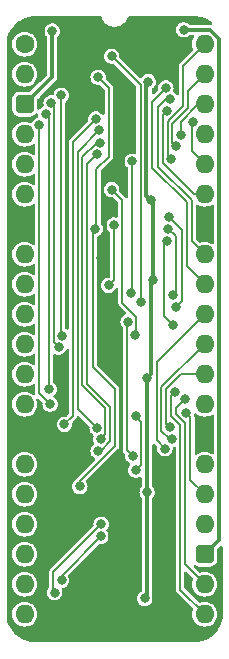
<source format=gbl>
%TF.GenerationSoftware,KiCad,Pcbnew,8.0.4*%
%TF.CreationDate,2024-08-09T13:45:43+02:00*%
%TF.ProjectId,Main Memory Channel,4d61696e-204d-4656-9d6f-727920436861,V1*%
%TF.SameCoordinates,PX54c81a0PY37b6b20*%
%TF.FileFunction,Copper,L2,Bot*%
%TF.FilePolarity,Positive*%
%FSLAX46Y46*%
G04 Gerber Fmt 4.6, Leading zero omitted, Abs format (unit mm)*
G04 Created by KiCad (PCBNEW 8.0.4) date 2024-08-09 13:45:43*
%MOMM*%
%LPD*%
G01*
G04 APERTURE LIST*
G04 Aperture macros list*
%AMRoundRect*
0 Rectangle with rounded corners*
0 $1 Rounding radius*
0 $2 $3 $4 $5 $6 $7 $8 $9 X,Y pos of 4 corners*
0 Add a 4 corners polygon primitive as box body*
4,1,4,$2,$3,$4,$5,$6,$7,$8,$9,$2,$3,0*
0 Add four circle primitives for the rounded corners*
1,1,$1+$1,$2,$3*
1,1,$1+$1,$4,$5*
1,1,$1+$1,$6,$7*
1,1,$1+$1,$8,$9*
0 Add four rect primitives between the rounded corners*
20,1,$1+$1,$2,$3,$4,$5,0*
20,1,$1+$1,$4,$5,$6,$7,0*
20,1,$1+$1,$6,$7,$8,$9,0*
20,1,$1+$1,$8,$9,$2,$3,0*%
G04 Aperture macros list end*
%TA.AperFunction,ComponentPad*%
%ADD10C,1.600000*%
%TD*%
%TA.AperFunction,ComponentPad*%
%ADD11O,1.600000X1.600000*%
%TD*%
%TA.AperFunction,ComponentPad*%
%ADD12RoundRect,0.400000X-0.400000X-0.400000X0.400000X-0.400000X0.400000X0.400000X-0.400000X0.400000X0*%
%TD*%
%TA.AperFunction,ComponentPad*%
%ADD13R,1.600000X1.600000*%
%TD*%
%TA.AperFunction,ViaPad*%
%ADD14C,0.800000*%
%TD*%
%TA.AperFunction,Conductor*%
%ADD15C,0.380000*%
%TD*%
%TA.AperFunction,Conductor*%
%ADD16C,0.200000*%
%TD*%
G04 APERTURE END LIST*
D10*
%TO.P,J4,1,Pin_1*%
%TO.N,WY_{2}*%
X0Y0D03*
D11*
%TO.P,J4,2,Pin_2*%
%TO.N,~{Select}*%
X0Y-2540000D03*
D12*
%TO.P,J4,3,Pin_3*%
%TO.N,5V*%
X0Y-5080000D03*
D11*
%TO.P,J4,4,Pin_4*%
%TO.N,WY_{3}*%
X0Y-7620000D03*
%TO.P,J4,5,Pin_5*%
%TO.N,A0*%
X0Y-10160000D03*
%TO.P,J4,6,Pin_6*%
%TO.N,A1*%
X0Y-12700000D03*
D13*
%TO.P,J4,7,Pin_7*%
%TO.N,GND*%
X0Y-15240000D03*
D11*
%TO.P,J4,8,Pin_8*%
%TO.N,A2*%
X0Y-17780000D03*
%TO.P,J4,9,Pin_9*%
%TO.N,~{WD}*%
X0Y-20320000D03*
%TO.P,J4,10,Pin_10*%
%TO.N,D7*%
X0Y-22860000D03*
%TO.P,J4,11,Pin_11*%
%TO.N,D6*%
X0Y-25400000D03*
%TO.P,J4,12,Pin_12*%
%TO.N,D5*%
X0Y-27940000D03*
%TO.P,J4,13,Pin_13*%
%TO.N,D4*%
X0Y-30480000D03*
D13*
%TO.P,J4,14,Pin_14*%
%TO.N,GND*%
X0Y-33020000D03*
D11*
%TO.P,J4,15,Pin_15*%
%TO.N,D3*%
X0Y-35560000D03*
%TO.P,J4,16,Pin_16*%
%TO.N,D2*%
X0Y-38100000D03*
%TO.P,J4,17,Pin_17*%
%TO.N,D1*%
X0Y-40640000D03*
%TO.P,J4,18,Pin_18*%
%TO.N,D0*%
X0Y-43180000D03*
%TO.P,J4,19,Pin_19*%
%TO.N,H1*%
X0Y-45720000D03*
%TO.P,J4,20,Pin_20*%
%TO.N,H0*%
X0Y-48260000D03*
%TO.P,J4,21,Pin_21*%
%TO.N,Device_{(Z)} 2MB Select_{0}*%
X15240000Y-48260000D03*
%TO.P,J4,22,Pin_22*%
%TO.N,Device_{(Z)} 2MB Select_{1}*%
X15240000Y-45720000D03*
D12*
%TO.P,J4,23,Pin_23*%
%TO.N,5V*%
X15240000Y-43180000D03*
D11*
%TO.P,J4,24,Pin_24*%
%TO.N,H2*%
X15240000Y-40640000D03*
%TO.P,J4,25,Pin_25*%
%TO.N,Device_{(Y)} 2MB Select_{0}*%
X15240000Y-38100000D03*
%TO.P,J4,26,Pin_26*%
%TO.N,Device_{(Y)} 2MB Select_{1}*%
X15240000Y-35560000D03*
D13*
%TO.P,J4,27,Pin_27*%
%TO.N,GND*%
X15240000Y-33020000D03*
D11*
%TO.P,J4,28,Pin_28*%
%TO.N,Device_{(X)} 2MB Select_{0}*%
X15240000Y-30480000D03*
%TO.P,J4,29,Pin_29*%
%TO.N,Device_{(X)} 2MB Select_{1}*%
X15240000Y-27940000D03*
%TO.P,J4,30,Pin_30*%
%TO.N,Device_{(W)} 2MB Select_{0}*%
X15240000Y-25400000D03*
%TO.P,J4,31,Pin_31*%
%TO.N,Device_{(W)} 2MB Select_{1}*%
X15240000Y-22860000D03*
%TO.P,J4,32,Pin_32*%
%TO.N,Device_{(V)} 2MB Select_{0}*%
X15240000Y-20320000D03*
%TO.P,J4,33,Pin_33*%
%TO.N,Device_{(V)} 2MB Select_{1}*%
X15240000Y-17780000D03*
D13*
%TO.P,J4,34,Pin_34*%
%TO.N,GND*%
X15240000Y-15240000D03*
D11*
%TO.P,J4,35,Pin_35*%
%TO.N,Device_{(U)} 2MB Select_{0}*%
X15240000Y-12700000D03*
%TO.P,J4,36,Pin_36*%
%TO.N,Device_{(U)} 2MB Select_{1}*%
X15240000Y-10160000D03*
%TO.P,J4,37,Pin_37*%
%TO.N,Device_{(T)} 2MB Select_{0}*%
X15240000Y-7620000D03*
%TO.P,J4,38,Pin_38*%
%TO.N,Device_{(T)} 2MB Select_{1}*%
X15240000Y-5080000D03*
%TO.P,J4,39,Pin_39*%
%TO.N,Device_{(S)} 2MB Select_{0}*%
X15240000Y-2540000D03*
%TO.P,J4,40,Pin_40*%
%TO.N,Device_{(S)} 2MB Select_{1}*%
X15240000Y0D03*
%TD*%
D14*
%TO.N,/3.3V*%
X10657600Y-13208000D03*
X10159996Y-46929000D03*
X10859204Y-19938988D03*
X10356806Y-28226769D03*
X10449114Y-3174147D03*
X10356806Y-37949606D03*
%TO.N,/WY_{0}*%
X9011814Y-21075777D03*
X9110255Y-9910161D03*
%TO.N,/~{WY_{1}}*%
X12192000Y-14605000D03*
X12827000Y-22225004D03*
%TO.N,/~{WY_{0}}*%
X7569599Y-15301264D03*
X7106383Y-20418917D03*
%TO.N,/WY_{1}*%
X9166806Y-34861500D03*
X8763000Y-23495000D03*
%TO.N,/~{WY_{3}}*%
X12589413Y-23757533D03*
X12064996Y-16637000D03*
%TO.N,/~{WY_{2}}*%
X12572994Y-21209000D03*
X12160474Y-15639306D03*
%TO.N,GND*%
X6858000Y-24892000D03*
X7697923Y-28243077D03*
X6858000Y-13716000D03*
X7620000Y-10160000D03*
X8255000Y-3048000D03*
X3556002Y-35178998D03*
X10029331Y-47970841D03*
X7924804Y-37973000D03*
X7708840Y-35090154D03*
X6781802Y-44577000D03*
X6454420Y-18138420D03*
%TO.N,5V*%
X2336800Y1117600D03*
X13462000Y1219210D03*
%TO.N,~{Select}*%
X5989599Y-15625588D03*
X6223000Y-2794000D03*
X4673600Y-37439600D03*
%TO.N,H1*%
X3120994Y-45399775D03*
X6431840Y-41675110D03*
%TO.N,H0*%
X2531098Y-46436016D03*
X6477000Y-40640000D03*
%TO.N,D7*%
X3195714Y-24692471D03*
X3098800Y-4329794D03*
%TO.N,D6*%
X2245574Y-4979800D03*
X2878000Y-25654000D03*
%TO.N,D5*%
X1768659Y-5913060D03*
X2075000Y-29210000D03*
%TO.N,D4*%
X2159002Y-30480000D03*
X1241600Y-6834549D03*
%TO.N,D3*%
X3367729Y-32182148D03*
X6019606Y-6347836D03*
%TO.N,D2*%
X6138000Y-32495010D03*
X6324160Y-7306980D03*
%TO.N,D1*%
X6340000Y-8340199D03*
X6422122Y-33455877D03*
%TO.N,D0*%
X6223294Y-34444289D03*
X6148489Y-9321692D03*
%TO.N,Device_{(S)} 2MB Select_{1}*%
X12403000Y-9758710D03*
%TO.N,Device_{(S)} 2MB Select_{0}*%
X12803000Y-8636000D03*
%TO.N,Device_{(T)} 2MB Select_{1}*%
X13203000Y-7702313D03*
%TO.N,Device_{(U)} 2MB Select_{1}*%
X14251062Y-6602313D03*
%TO.N,Device_{(U)} 2MB Select_{0}*%
X12016321Y-5656335D03*
%TO.N,Device_{(V)} 2MB Select_{1}*%
X12319000Y-4644420D03*
%TO.N,Device_{(V)} 2MB Select_{0}*%
X11953128Y-3713752D03*
%TO.N,Device_{(W)} 2MB Select_{1}*%
X11877105Y-34253846D03*
%TO.N,Device_{(W)} 2MB Select_{0}*%
X12454922Y-33437677D03*
%TO.N,Device_{(X)} 2MB Select_{1}*%
X12298403Y-32450000D03*
%TO.N,Device_{(Y)} 2MB Select_{1}*%
X9398000Y-36068000D03*
X9398000Y-31495998D03*
%TO.N,Device_{(Y)} 2MB Select_{0}*%
X13643786Y-31192251D03*
%TO.N,Device_{(Z)} 2MB Select_{1}*%
X13549872Y-30029057D03*
%TO.N,Device_{(Z)} 2MB Select_{0}*%
X12711161Y-29484475D03*
%TO.N,WY_{3}*%
X9336022Y-24638000D03*
X7366000Y-12319000D03*
%TO.N,WY_{2}*%
X7366000Y-1016004D03*
X9810255Y-21843996D03*
%TD*%
D15*
%TO.N,/3.3V*%
X10859204Y-13409604D02*
X10859204Y-19938988D01*
X10306781Y-12857181D02*
X10306781Y-3316480D01*
X10356806Y-46732190D02*
X10159996Y-46929000D01*
X10306781Y-3316480D02*
X10449114Y-3174147D01*
X10686000Y-27897575D02*
X10356806Y-28226769D01*
X10356806Y-37949606D02*
X10356806Y-28226769D01*
X10657600Y-13208000D02*
X10859204Y-13409604D01*
X10686000Y-20112192D02*
X10686000Y-27897575D01*
X10356806Y-37949606D02*
X10356806Y-46732190D01*
X10657600Y-13208000D02*
X10306781Y-12857181D01*
X10859204Y-19938988D02*
X10686000Y-20112192D01*
D16*
%TO.N,/WY_{0}*%
X9110255Y-20977336D02*
X9011814Y-21075777D01*
X9110255Y-9910161D02*
X9110255Y-20977336D01*
%TO.N,/~{WY_{1}}*%
X12827000Y-22225004D02*
X13335000Y-21717004D01*
X13335000Y-21717004D02*
X13335000Y-15748000D01*
X13335000Y-15748000D02*
X12192000Y-14605000D01*
%TO.N,/~{WY_{0}}*%
X7106383Y-20418917D02*
X7569599Y-19955701D01*
X7569599Y-19955701D02*
X7569599Y-15301264D01*
%TO.N,/WY_{1}*%
X9166806Y-34861500D02*
X8636000Y-34330694D01*
X8636000Y-34330694D02*
X8636000Y-23622000D01*
X8636000Y-23622000D02*
X8763000Y-23495000D01*
%TO.N,/~{WY_{3}}*%
X11808000Y-22976120D02*
X11808000Y-16893996D01*
X11808000Y-16893996D02*
X12064996Y-16637000D01*
X12589413Y-23757533D02*
X11808000Y-22976120D01*
%TO.N,/~{WY_{2}}*%
X12160474Y-15639306D02*
X12789000Y-16267832D01*
X12789000Y-16267832D02*
X12789000Y-20992994D01*
X12789000Y-20992994D02*
X12572994Y-21209000D01*
D15*
%TO.N,GND*%
X7697923Y-25731923D02*
X6858000Y-24892000D01*
X8146000Y-34652994D02*
X8146000Y-28691154D01*
X7924804Y-37973000D02*
X7924804Y-43433998D01*
X7924804Y-35306118D02*
X7708840Y-35090154D01*
X7708840Y-35090154D02*
X8146000Y-34652994D01*
X6765000Y-15283760D02*
X6765000Y-13809000D01*
X7697923Y-28243077D02*
X7697923Y-25731923D01*
X7924804Y-43433998D02*
X6781802Y-44577000D01*
X6781802Y-44865742D02*
X9886901Y-47970841D01*
X8382000Y-9398000D02*
X7620000Y-10160000D01*
X1397004Y-33020000D02*
X3556002Y-35178998D01*
X6765000Y-15967416D02*
X6779599Y-15952817D01*
X6454420Y-18138420D02*
X6765000Y-17827840D01*
X8255000Y-3048000D02*
X8382000Y-3175000D01*
X6781802Y-44577000D02*
X6781802Y-44865742D01*
X9886901Y-47970841D02*
X10029331Y-47970841D01*
X6779599Y-15952817D02*
X6779599Y-15298359D01*
X6765000Y-13809000D02*
X6858000Y-13716000D01*
X6779599Y-15298359D02*
X6765000Y-15283760D01*
X0Y-33020000D02*
X1397004Y-33020000D01*
X8146000Y-28691154D02*
X7697923Y-28243077D01*
X6765000Y-17827840D02*
X6765000Y-15967416D01*
X7924804Y-37973000D02*
X7924804Y-35306118D01*
X8382000Y-3175000D02*
X8382000Y-9398000D01*
X6454420Y-18138420D02*
X6694400Y-18378400D01*
%TO.N,5V*%
X15240000Y-43180000D02*
X16459200Y-41960800D01*
X0Y-5080000D02*
X2336800Y-2743200D01*
X2336800Y-2743200D02*
X2336800Y1117600D01*
X16459200Y-41960800D02*
X16459200Y463715D01*
X16459200Y463715D02*
X15703705Y1219210D01*
X15703705Y1219210D02*
X13462000Y1219210D01*
D16*
%TO.N,~{Select}*%
X7638000Y-29173107D02*
X5754419Y-27289526D01*
X6068000Y-10569000D02*
X6068000Y-15547187D01*
X7112000Y-3683000D02*
X7112000Y-9525000D01*
X5754419Y-27289526D02*
X5754419Y-15860768D01*
X6068000Y-15547187D02*
X5989599Y-15625588D01*
X6223000Y-2794000D02*
X7112000Y-3683000D01*
X5754419Y-15860768D02*
X5989599Y-15625588D01*
X7638000Y-34019534D02*
X7638000Y-29173107D01*
X4673600Y-37439600D02*
X4673600Y-36983934D01*
X4673600Y-36983934D02*
X7638000Y-34019534D01*
X7112000Y-9525000D02*
X6068000Y-10569000D01*
%TO.N,H1*%
X3120994Y-44985956D02*
X3120994Y-45399775D01*
X6431840Y-41675110D02*
X3120994Y-44985956D01*
%TO.N,H0*%
X6477000Y-40640000D02*
X2421000Y-44696000D01*
X2421000Y-44696000D02*
X2421000Y-46325918D01*
X2421000Y-46325918D02*
X2531098Y-46436016D01*
%TO.N,D7*%
X3098800Y-4329794D02*
X3098800Y-24595557D01*
X3098800Y-24595557D02*
X3195714Y-24692471D01*
%TO.N,D6*%
X2245574Y-4979800D02*
X2475000Y-5209226D01*
X2475000Y-5209226D02*
X2475000Y-25251000D01*
X2475000Y-25251000D02*
X2878000Y-25654000D01*
%TO.N,D5*%
X2075000Y-6219401D02*
X2075000Y-29210000D01*
X1768659Y-5913060D02*
X2075000Y-6219401D01*
%TO.N,D4*%
X1241600Y-29562598D02*
X2159002Y-30480000D01*
X1241600Y-6834549D02*
X1241600Y-29562598D01*
%TO.N,D3*%
X6019606Y-6347836D02*
X4089599Y-8277843D01*
X4089599Y-8277843D02*
X4089599Y-31460278D01*
X4089599Y-31460278D02*
X3367729Y-32182148D01*
%TO.N,D2*%
X6324160Y-7306980D02*
X4489599Y-9141541D01*
X4489599Y-9141541D02*
X4489599Y-30846609D01*
X4489599Y-30846609D02*
X6138000Y-32495010D01*
%TO.N,D1*%
X6422122Y-33455877D02*
X6838000Y-33039999D01*
X4889599Y-9563651D02*
X6113051Y-8340199D01*
X6838000Y-33039999D02*
X6838000Y-30843903D01*
X6838000Y-30843903D02*
X4889600Y-28895502D01*
X6113051Y-8340199D02*
X6340000Y-8340199D01*
X4889600Y-28895502D02*
X4889599Y-9563651D01*
%TO.N,D0*%
X6223294Y-34444289D02*
X6423661Y-34444289D01*
X5289599Y-10180582D02*
X6148489Y-9321692D01*
X5289600Y-28729817D02*
X5289599Y-10180582D01*
X6423661Y-34444289D02*
X7238000Y-33629950D01*
X7238000Y-30678217D02*
X5289600Y-28729817D01*
X7238000Y-33629950D02*
X7238000Y-30678217D01*
%TO.N,Device_{(S)} 2MB Select_{1}*%
X12103000Y-9458710D02*
X12403000Y-9758710D01*
X12103000Y-6561996D02*
X12103000Y-9458710D01*
X12307526Y-6355082D02*
X12307526Y-6357470D01*
X12307526Y-6357470D02*
X12103000Y-6561996D01*
X13400000Y-1840000D02*
X13400000Y-5262606D01*
X13400000Y-5262606D02*
X12307526Y-6355082D01*
X15240000Y0D02*
X13400000Y-1840000D01*
%TO.N,Device_{(S)} 2MB Select_{0}*%
X15240000Y-2540000D02*
X13800000Y-3980000D01*
X13800000Y-5428292D02*
X12707526Y-6520767D01*
X12707526Y-6523156D02*
X12503000Y-6727682D01*
X12503000Y-6727682D02*
X12503000Y-8336000D01*
X12707526Y-6520767D02*
X12707526Y-6523156D01*
X13800000Y-3980000D02*
X13800000Y-5428292D01*
X12503000Y-8336000D02*
X12803000Y-8636000D01*
%TO.N,Device_{(T)} 2MB Select_{1}*%
X14631051Y-5162927D02*
X13203000Y-6590978D01*
X13203000Y-6590978D02*
X13203000Y-7702313D01*
%TO.N,Device_{(U)} 2MB Select_{1}*%
X15240000Y-10160000D02*
X14140000Y-9060000D01*
X14140000Y-6713375D02*
X14251062Y-6602313D01*
X14140000Y-9060000D02*
X14140000Y-6713375D01*
%TO.N,Device_{(U)} 2MB Select_{0}*%
X11703000Y-10079327D02*
X11703000Y-5969656D01*
X14323673Y-12700000D02*
X11703000Y-10079327D01*
X11703000Y-5969656D02*
X12016321Y-5656335D01*
X15240000Y-12700000D02*
X14323673Y-12700000D01*
%TO.N,Device_{(V)} 2MB Select_{1}*%
X14135000Y-16675000D02*
X14135000Y-13232281D01*
X11303000Y-5317837D02*
X11976417Y-4644420D01*
X11976417Y-4644420D02*
X12319000Y-4644420D01*
X14135000Y-13232281D02*
X11303000Y-10400281D01*
X15240000Y-17780000D02*
X14135000Y-16675000D01*
X11303000Y-10400281D02*
X11303000Y-5317837D01*
%TO.N,Device_{(V)} 2MB Select_{0}*%
X15240000Y-20320000D02*
X13735000Y-18815000D01*
X10796781Y-10459748D02*
X10796781Y-4870099D01*
X13735000Y-18815000D02*
X13735000Y-13397967D01*
X10796781Y-4870099D02*
X11953128Y-3713752D01*
X13735000Y-13397967D02*
X10796781Y-10459748D01*
%TO.N,Device_{(W)} 2MB Select_{1}*%
X15240000Y-22860000D02*
X11176000Y-26924000D01*
X11176000Y-33552741D02*
X11877105Y-34253846D01*
X11176000Y-26924000D02*
X11176000Y-33552741D01*
%TO.N,Device_{(W)} 2MB Select_{0}*%
X11576000Y-32717547D02*
X12296130Y-33437677D01*
X12296130Y-33437677D02*
X12454922Y-33437677D01*
X11576000Y-29064000D02*
X11576000Y-32717547D01*
X15240000Y-25400000D02*
X11576000Y-29064000D01*
%TO.N,Device_{(X)} 2MB Select_{1}*%
X11976000Y-29229686D02*
X11976000Y-32127597D01*
X15240000Y-27940000D02*
X13265686Y-27940000D01*
X11976000Y-32127597D02*
X12298403Y-32450000D01*
X13265686Y-27940000D02*
X11976000Y-29229686D01*
%TO.N,Device_{(Y)} 2MB Select_{1}*%
X9866806Y-31964804D02*
X9398000Y-31495998D01*
X9866806Y-35599194D02*
X9866806Y-31964804D01*
X9398000Y-36068000D02*
X9866806Y-35599194D01*
%TO.N,Device_{(Y)} 2MB Select_{0}*%
X15240000Y-38100000D02*
X14034643Y-36894643D01*
X14034643Y-31583108D02*
X13643786Y-31192251D01*
X14034643Y-36894643D02*
X14034643Y-31583108D01*
%TO.N,Device_{(Z)} 2MB Select_{1}*%
X13554922Y-32093337D02*
X12776000Y-31314416D01*
X12776000Y-31314416D02*
X12776000Y-30802929D01*
X15240000Y-45720000D02*
X13554922Y-44034922D01*
X12776000Y-30802929D02*
X13549872Y-30029057D01*
X13554922Y-44034922D02*
X13554922Y-32093337D01*
%TO.N,Device_{(Z)} 2MB Select_{0}*%
X12376000Y-29819636D02*
X12711161Y-29484475D01*
X13154922Y-46174922D02*
X13154922Y-32259023D01*
X15240000Y-48260000D02*
X13154922Y-46174922D01*
X12376000Y-31480101D02*
X12376000Y-29819636D01*
X13154922Y-32259023D02*
X12376000Y-31480101D01*
%TO.N,WY_{3}*%
X9336022Y-24638000D02*
X9463000Y-24511022D01*
X9463000Y-23078050D02*
X8269599Y-21884649D01*
X9463000Y-24511022D02*
X9463000Y-23078050D01*
X8269599Y-13222599D02*
X7366000Y-12319000D01*
X8269599Y-21884649D02*
X8269599Y-13222599D01*
%TO.N,WY_{2}*%
X7366000Y-1016004D02*
X9810255Y-3460259D01*
X9810255Y-3460259D02*
X9810255Y-21843996D01*
%TD*%
%TA.AperFunction,Conductor*%
%TO.N,GND*%
G36*
X16686833Y-42458641D02*
G01*
X16742766Y-42500513D01*
X16767183Y-42565977D01*
X16767499Y-42574823D01*
X16767500Y-48215830D01*
X16767500Y-48256249D01*
X16767274Y-48263737D01*
X16750721Y-48537369D01*
X16748916Y-48552232D01*
X16700180Y-48818178D01*
X16696596Y-48832718D01*
X16616158Y-49090851D01*
X16610848Y-49104852D01*
X16499885Y-49351399D01*
X16492927Y-49364657D01*
X16353050Y-49596039D01*
X16344543Y-49608363D01*
X16177799Y-49821194D01*
X16167870Y-49832402D01*
X15976682Y-50023588D01*
X15965474Y-50033517D01*
X15752637Y-50200262D01*
X15740313Y-50208768D01*
X15508937Y-50348637D01*
X15495678Y-50355596D01*
X15249125Y-50466557D01*
X15235124Y-50471867D01*
X14976982Y-50552305D01*
X14962443Y-50555888D01*
X14696505Y-50604620D01*
X14681641Y-50606425D01*
X14433129Y-50621454D01*
X14407477Y-50623006D01*
X14399994Y-50623232D01*
X13970000Y-50623232D01*
X13970000Y-47485682D01*
X14229808Y-47745490D01*
X14263293Y-47806813D01*
X14260788Y-47869166D01*
X14204699Y-48054067D01*
X14184417Y-48260000D01*
X14204699Y-48465932D01*
X14204700Y-48465934D01*
X14264768Y-48663954D01*
X14362315Y-48846450D01*
X14362317Y-48846452D01*
X14493589Y-49006410D01*
X14590209Y-49085702D01*
X14653550Y-49137685D01*
X14836046Y-49235232D01*
X15034066Y-49295300D01*
X15034065Y-49295300D01*
X15052529Y-49297118D01*
X15240000Y-49315583D01*
X15445934Y-49295300D01*
X15643954Y-49235232D01*
X15826450Y-49137685D01*
X15986410Y-49006410D01*
X16117685Y-48846450D01*
X16215232Y-48663954D01*
X16275300Y-48465934D01*
X16295583Y-48260000D01*
X16275300Y-48054066D01*
X16215232Y-47856046D01*
X16117685Y-47673550D01*
X16065702Y-47610209D01*
X15986410Y-47513589D01*
X15826452Y-47382317D01*
X15826453Y-47382317D01*
X15826450Y-47382315D01*
X15643954Y-47284768D01*
X15445934Y-47224700D01*
X15445932Y-47224699D01*
X15445934Y-47224699D01*
X15240000Y-47204417D01*
X15034067Y-47224699D01*
X14849166Y-47280788D01*
X14779299Y-47281411D01*
X14725490Y-47249808D01*
X13970000Y-46494318D01*
X13970000Y-44945682D01*
X14229808Y-45205490D01*
X14263293Y-45266813D01*
X14260788Y-45329166D01*
X14204699Y-45514067D01*
X14184417Y-45720000D01*
X14204699Y-45925932D01*
X14264769Y-46123956D01*
X14271502Y-46136554D01*
X14362315Y-46306450D01*
X14362317Y-46306452D01*
X14493589Y-46466410D01*
X14527596Y-46494318D01*
X14653550Y-46597685D01*
X14836046Y-46695232D01*
X15034066Y-46755300D01*
X15034065Y-46755300D01*
X15052529Y-46757118D01*
X15240000Y-46775583D01*
X15445934Y-46755300D01*
X15643954Y-46695232D01*
X15826450Y-46597685D01*
X15986410Y-46466410D01*
X16117685Y-46306450D01*
X16215232Y-46123954D01*
X16275300Y-45925934D01*
X16295583Y-45720000D01*
X16275300Y-45514066D01*
X16215232Y-45316046D01*
X16117685Y-45133550D01*
X16065702Y-45070209D01*
X15986410Y-44973589D01*
X15826452Y-44842317D01*
X15826453Y-44842317D01*
X15826450Y-44842315D01*
X15643954Y-44744768D01*
X15445934Y-44684700D01*
X15445932Y-44684699D01*
X15445934Y-44684699D01*
X15240000Y-44664417D01*
X15034067Y-44684699D01*
X14849166Y-44740788D01*
X14779299Y-44741411D01*
X14725490Y-44709808D01*
X14338343Y-44322661D01*
X14304858Y-44261338D01*
X14309842Y-44191646D01*
X14351714Y-44135713D01*
X14417178Y-44111296D01*
X14485451Y-44126148D01*
X14489140Y-44128245D01*
X14579602Y-44181744D01*
X14613685Y-44191646D01*
X14737426Y-44227597D01*
X14737429Y-44227597D01*
X14737431Y-44227598D01*
X14774306Y-44230500D01*
X14774314Y-44230500D01*
X15705686Y-44230500D01*
X15705694Y-44230500D01*
X15742569Y-44227598D01*
X15742571Y-44227597D01*
X15742573Y-44227597D01*
X15784191Y-44215505D01*
X15900398Y-44181744D01*
X16041865Y-44098081D01*
X16158081Y-43981865D01*
X16241744Y-43840398D01*
X16280120Y-43708308D01*
X16287597Y-43682573D01*
X16287598Y-43682567D01*
X16290499Y-43645701D01*
X16290500Y-43645694D01*
X16290500Y-42803822D01*
X16310185Y-42736783D01*
X16326815Y-42716145D01*
X16555818Y-42487141D01*
X16617141Y-42453657D01*
X16686833Y-42458641D01*
G37*
%TD.AperFunction*%
%TA.AperFunction,Conductor*%
G36*
X14525943Y-31252962D02*
G01*
X14599692Y-31313485D01*
X14653550Y-31357685D01*
X14836046Y-31455232D01*
X15034066Y-31515300D01*
X15034065Y-31515300D01*
X15052529Y-31517118D01*
X15240000Y-31535583D01*
X15445934Y-31515300D01*
X15643954Y-31455232D01*
X15826450Y-31357685D01*
X15826452Y-31357683D01*
X15831822Y-31354813D01*
X15832471Y-31356027D01*
X15892487Y-31337235D01*
X15959867Y-31355720D01*
X16006557Y-31407699D01*
X16018700Y-31461215D01*
X16018700Y-34578784D01*
X15999015Y-34645823D01*
X15946211Y-34691578D01*
X15877053Y-34701522D01*
X15832262Y-34684362D01*
X15831822Y-34685187D01*
X15826451Y-34682316D01*
X15826450Y-34682315D01*
X15643954Y-34584768D01*
X15445934Y-34524700D01*
X15445932Y-34524699D01*
X15445934Y-34524699D01*
X15240000Y-34504417D01*
X15034067Y-34524699D01*
X14836043Y-34584769D01*
X14731941Y-34640414D01*
X14653550Y-34682315D01*
X14653548Y-34682316D01*
X14653547Y-34682317D01*
X14587807Y-34736268D01*
X14523497Y-34763580D01*
X14454630Y-34751789D01*
X14403070Y-34704636D01*
X14385143Y-34640414D01*
X14385143Y-31536966D01*
X14385143Y-31536964D01*
X14361257Y-31447820D01*
X14339892Y-31410816D01*
X14323419Y-31342919D01*
X14346270Y-31276891D01*
X14401190Y-31233699D01*
X14470743Y-31227056D01*
X14525943Y-31252962D01*
G37*
%TD.AperFunction*%
%TA.AperFunction,Conductor*%
G36*
X15959867Y-13575720D02*
G01*
X16006557Y-13627699D01*
X16018700Y-13681215D01*
X16018700Y-16798784D01*
X15999015Y-16865823D01*
X15946211Y-16911578D01*
X15877053Y-16921522D01*
X15832262Y-16904362D01*
X15831822Y-16905187D01*
X15826451Y-16902316D01*
X15826450Y-16902315D01*
X15643954Y-16804768D01*
X15445934Y-16744700D01*
X15445932Y-16744699D01*
X15445934Y-16744699D01*
X15240000Y-16724417D01*
X15034067Y-16744699D01*
X14849166Y-16800788D01*
X14779299Y-16801411D01*
X14725490Y-16769808D01*
X14521819Y-16566137D01*
X14488334Y-16504814D01*
X14485500Y-16478456D01*
X14485500Y-13694741D01*
X14505185Y-13627702D01*
X14557989Y-13581947D01*
X14627147Y-13572003D01*
X14667948Y-13585381D01*
X14836046Y-13675232D01*
X15034066Y-13735300D01*
X15034065Y-13735300D01*
X15052529Y-13737118D01*
X15240000Y-13755583D01*
X15445934Y-13735300D01*
X15643954Y-13675232D01*
X15826450Y-13577685D01*
X15826452Y-13577683D01*
X15831822Y-13574813D01*
X15832471Y-13576027D01*
X15892487Y-13557235D01*
X15959867Y-13575720D01*
G37*
%TD.AperFunction*%
%TA.AperFunction,Conductor*%
G36*
X14325830Y759025D02*
G01*
X14371585Y706221D01*
X14381529Y637063D01*
X14364364Y592262D01*
X14365187Y591822D01*
X14362316Y586452D01*
X14362315Y586450D01*
X14352833Y568710D01*
X14264769Y403957D01*
X14204699Y205933D01*
X14184417Y0D01*
X14204699Y-205932D01*
X14260788Y-390832D01*
X14261411Y-460699D01*
X14229808Y-514508D01*
X13970000Y-774316D01*
X13970000Y775472D01*
X13973778Y777247D01*
X13992771Y778710D01*
X14258791Y778710D01*
X14325830Y759025D01*
G37*
%TD.AperFunction*%
%TA.AperFunction,Conductor*%
G36*
X14348938Y2363257D02*
G01*
X14349201Y2363233D01*
X14360100Y2363233D01*
X14400525Y2363233D01*
X14408010Y2363007D01*
X14681647Y2346459D01*
X14696505Y2344655D01*
X14962460Y2295920D01*
X14976981Y2292341D01*
X15235136Y2211899D01*
X15249133Y2206590D01*
X15495692Y2095627D01*
X15508951Y2088668D01*
X15740336Y1948793D01*
X15752649Y1940295D01*
X15827925Y1881320D01*
X15868558Y1824481D01*
X15872010Y1754697D01*
X15837186Y1694124D01*
X15775142Y1661994D01*
X15751452Y1659710D01*
X13992771Y1659710D01*
X13970000Y1666397D01*
X13970000Y2363416D01*
X14348938Y2363257D01*
G37*
%TD.AperFunction*%
%TD*%
%TA.AperFunction,Conductor*%
%TO.N,GND*%
G36*
X1270000Y-3187039D02*
G01*
X463858Y-3993181D01*
X402535Y-4026666D01*
X376177Y-4029500D01*
X-465702Y-4029500D01*
X-502568Y-4032401D01*
X-502574Y-4032402D01*
X-660394Y-4078254D01*
X-660397Y-4078255D01*
X-801863Y-4161917D01*
X-801871Y-4161923D01*
X-918077Y-4278129D01*
X-918083Y-4278137D01*
X-1001745Y-4419603D01*
X-1001746Y-4419606D01*
X-1047598Y-4577426D01*
X-1047599Y-4577432D01*
X-1050500Y-4614298D01*
X-1050500Y-5545701D01*
X-1047599Y-5582567D01*
X-1047598Y-5582573D01*
X-1001746Y-5740393D01*
X-1001745Y-5740396D01*
X-918083Y-5881862D01*
X-918077Y-5881870D01*
X-801871Y-5998076D01*
X-801867Y-5998079D01*
X-801865Y-5998081D01*
X-660398Y-6081744D01*
X-618776Y-6093836D01*
X-502574Y-6127597D01*
X-502571Y-6127597D01*
X-502569Y-6127598D01*
X-465694Y-6130500D01*
X-465686Y-6130500D01*
X465686Y-6130500D01*
X465694Y-6130500D01*
X502569Y-6127598D01*
X502571Y-6127597D01*
X502573Y-6127597D01*
X544191Y-6115505D01*
X660398Y-6081744D01*
X801865Y-5998081D01*
X908778Y-5891167D01*
X970099Y-5857684D01*
X1039791Y-5862668D01*
X1095725Y-5904539D01*
X1119554Y-5963903D01*
X1133326Y-6077323D01*
X1130419Y-6077675D01*
X1127914Y-6133991D01*
X1087564Y-6191033D01*
X1040284Y-6214199D01*
X1009237Y-6221851D01*
X1009234Y-6221852D01*
X869362Y-6295264D01*
X751116Y-6400020D01*
X661381Y-6530023D01*
X631822Y-6607964D01*
X589643Y-6663666D01*
X524046Y-6687723D01*
X457427Y-6673350D01*
X403954Y-6644768D01*
X205934Y-6584700D01*
X205932Y-6584699D01*
X205934Y-6584699D01*
X0Y-6564417D01*
X-205933Y-6584699D01*
X-403957Y-6644769D01*
X-514102Y-6703643D01*
X-586450Y-6742315D01*
X-586452Y-6742316D01*
X-586453Y-6742317D01*
X-746411Y-6873589D01*
X-877683Y-7033547D01*
X-975231Y-7216043D01*
X-1035301Y-7414067D01*
X-1055583Y-7620000D01*
X-1035301Y-7825932D01*
X-1035300Y-7825934D01*
X-975232Y-8023954D01*
X-877685Y-8206450D01*
X-877683Y-8206452D01*
X-746411Y-8366410D01*
X-688436Y-8413988D01*
X-586450Y-8497685D01*
X-403954Y-8595232D01*
X-205934Y-8655300D01*
X-205935Y-8655300D01*
X-187471Y-8657118D01*
X0Y-8675583D01*
X205934Y-8655300D01*
X403954Y-8595232D01*
X586450Y-8497685D01*
X688436Y-8413988D01*
X752746Y-8386676D01*
X821613Y-8398467D01*
X873173Y-8445620D01*
X891100Y-8509842D01*
X891100Y-9270157D01*
X871415Y-9337196D01*
X818611Y-9382951D01*
X749453Y-9392895D01*
X688436Y-9366011D01*
X586453Y-9282317D01*
X586451Y-9282316D01*
X586450Y-9282315D01*
X403954Y-9184768D01*
X205934Y-9124700D01*
X205932Y-9124699D01*
X205934Y-9124699D01*
X0Y-9104417D01*
X-205933Y-9124699D01*
X-403957Y-9184769D01*
X-514102Y-9243643D01*
X-586450Y-9282315D01*
X-586452Y-9282316D01*
X-586453Y-9282317D01*
X-746411Y-9413589D01*
X-877683Y-9573547D01*
X-877685Y-9573550D01*
X-916357Y-9645898D01*
X-975231Y-9756043D01*
X-1035301Y-9954067D01*
X-1055583Y-10160000D01*
X-1035301Y-10365932D01*
X-1035300Y-10365934D01*
X-975232Y-10563954D01*
X-877685Y-10746450D01*
X-877683Y-10746452D01*
X-746411Y-10906410D01*
X-688436Y-10953988D01*
X-586450Y-11037685D01*
X-403954Y-11135232D01*
X-205934Y-11195300D01*
X-205935Y-11195300D01*
X-187471Y-11197118D01*
X0Y-11215583D01*
X205934Y-11195300D01*
X403954Y-11135232D01*
X586450Y-11037685D01*
X688436Y-10953988D01*
X752746Y-10926676D01*
X821613Y-10938467D01*
X873173Y-10985620D01*
X891100Y-11049842D01*
X891100Y-11810157D01*
X871415Y-11877196D01*
X818611Y-11922951D01*
X749453Y-11932895D01*
X688436Y-11906011D01*
X586453Y-11822317D01*
X586451Y-11822316D01*
X586450Y-11822315D01*
X403954Y-11724768D01*
X205934Y-11664700D01*
X205932Y-11664699D01*
X205934Y-11664699D01*
X0Y-11644417D01*
X-205933Y-11664699D01*
X-403957Y-11724769D01*
X-514102Y-11783643D01*
X-586450Y-11822315D01*
X-586452Y-11822316D01*
X-586453Y-11822317D01*
X-746411Y-11953589D01*
X-877683Y-12113547D01*
X-877685Y-12113550D01*
X-916357Y-12185898D01*
X-975231Y-12296043D01*
X-1035301Y-12494067D01*
X-1055583Y-12700000D01*
X-1035301Y-12905932D01*
X-1035300Y-12905934D01*
X-975232Y-13103954D01*
X-877685Y-13286450D01*
X-877683Y-13286452D01*
X-746411Y-13446410D01*
X-688436Y-13493988D01*
X-586450Y-13577685D01*
X-403954Y-13675232D01*
X-205934Y-13735300D01*
X-205935Y-13735300D01*
X-187471Y-13737118D01*
X0Y-13755583D01*
X205934Y-13735300D01*
X403954Y-13675232D01*
X586450Y-13577685D01*
X688436Y-13493988D01*
X752746Y-13466676D01*
X821613Y-13478467D01*
X873173Y-13525620D01*
X891100Y-13589842D01*
X891100Y-16890157D01*
X871415Y-16957196D01*
X818611Y-17002951D01*
X749453Y-17012895D01*
X688436Y-16986011D01*
X586453Y-16902317D01*
X586451Y-16902316D01*
X586450Y-16902315D01*
X403954Y-16804768D01*
X205934Y-16744700D01*
X205932Y-16744699D01*
X205934Y-16744699D01*
X0Y-16724417D01*
X-205933Y-16744699D01*
X-403957Y-16804769D01*
X-514102Y-16863643D01*
X-586450Y-16902315D01*
X-586452Y-16902316D01*
X-586453Y-16902317D01*
X-746411Y-17033589D01*
X-877683Y-17193547D01*
X-877685Y-17193550D01*
X-916357Y-17265898D01*
X-975231Y-17376043D01*
X-1035301Y-17574067D01*
X-1055583Y-17780000D01*
X-1035301Y-17985932D01*
X-1035300Y-17985934D01*
X-975232Y-18183954D01*
X-877685Y-18366450D01*
X-877683Y-18366452D01*
X-746411Y-18526410D01*
X-688436Y-18573988D01*
X-586450Y-18657685D01*
X-403954Y-18755232D01*
X-205934Y-18815300D01*
X-205935Y-18815300D01*
X-187471Y-18817118D01*
X0Y-18835583D01*
X205934Y-18815300D01*
X403954Y-18755232D01*
X586450Y-18657685D01*
X688436Y-18573988D01*
X752746Y-18546676D01*
X821613Y-18558467D01*
X873173Y-18605620D01*
X891100Y-18669842D01*
X891100Y-19430157D01*
X871415Y-19497196D01*
X818611Y-19542951D01*
X749453Y-19552895D01*
X688436Y-19526011D01*
X586453Y-19442317D01*
X586451Y-19442316D01*
X586450Y-19442315D01*
X403954Y-19344768D01*
X205934Y-19284700D01*
X205932Y-19284699D01*
X205934Y-19284699D01*
X0Y-19264417D01*
X-205933Y-19284699D01*
X-403957Y-19344769D01*
X-514102Y-19403643D01*
X-586450Y-19442315D01*
X-586452Y-19442316D01*
X-586453Y-19442317D01*
X-746411Y-19573589D01*
X-877683Y-19733547D01*
X-877685Y-19733550D01*
X-916357Y-19805898D01*
X-975231Y-19916043D01*
X-1035301Y-20114067D01*
X-1055583Y-20320000D01*
X-1035301Y-20525932D01*
X-1035300Y-20525934D01*
X-975232Y-20723954D01*
X-877685Y-20906450D01*
X-877683Y-20906452D01*
X-746411Y-21066410D01*
X-688436Y-21113988D01*
X-586450Y-21197685D01*
X-403954Y-21295232D01*
X-205934Y-21355300D01*
X-205935Y-21355300D01*
X-187471Y-21357118D01*
X0Y-21375583D01*
X205934Y-21355300D01*
X403954Y-21295232D01*
X586450Y-21197685D01*
X688436Y-21113988D01*
X752746Y-21086676D01*
X821613Y-21098467D01*
X873173Y-21145620D01*
X891100Y-21209842D01*
X891100Y-21970157D01*
X871415Y-22037196D01*
X818611Y-22082951D01*
X749453Y-22092895D01*
X688436Y-22066011D01*
X586453Y-21982317D01*
X586451Y-21982316D01*
X586450Y-21982315D01*
X403954Y-21884768D01*
X205934Y-21824700D01*
X205932Y-21824699D01*
X205934Y-21824699D01*
X0Y-21804417D01*
X-205933Y-21824699D01*
X-403957Y-21884769D01*
X-514102Y-21943643D01*
X-586450Y-21982315D01*
X-586452Y-21982316D01*
X-586453Y-21982317D01*
X-746411Y-22113589D01*
X-877683Y-22273547D01*
X-877685Y-22273550D01*
X-916357Y-22345898D01*
X-975231Y-22456043D01*
X-1035301Y-22654067D01*
X-1055583Y-22860000D01*
X-1035301Y-23065932D01*
X-1035300Y-23065934D01*
X-975232Y-23263954D01*
X-877685Y-23446450D01*
X-877683Y-23446452D01*
X-746411Y-23606410D01*
X-688436Y-23653988D01*
X-586450Y-23737685D01*
X-403954Y-23835232D01*
X-205934Y-23895300D01*
X-205935Y-23895300D01*
X-187471Y-23897118D01*
X0Y-23915583D01*
X205934Y-23895300D01*
X403954Y-23835232D01*
X586450Y-23737685D01*
X688436Y-23653988D01*
X752746Y-23626676D01*
X821613Y-23638467D01*
X873173Y-23685620D01*
X891100Y-23749842D01*
X891100Y-24510157D01*
X871415Y-24577196D01*
X818611Y-24622951D01*
X749453Y-24632895D01*
X688436Y-24606011D01*
X586453Y-24522317D01*
X586451Y-24522316D01*
X586450Y-24522315D01*
X403954Y-24424768D01*
X205934Y-24364700D01*
X205932Y-24364699D01*
X205934Y-24364699D01*
X0Y-24344417D01*
X-205933Y-24364699D01*
X-403957Y-24424769D01*
X-514102Y-24483643D01*
X-586450Y-24522315D01*
X-586452Y-24522316D01*
X-586453Y-24522317D01*
X-746411Y-24653589D01*
X-877683Y-24813547D01*
X-877685Y-24813550D01*
X-916357Y-24885898D01*
X-975231Y-24996043D01*
X-1035301Y-25194067D01*
X-1055583Y-25400000D01*
X-1035301Y-25605932D01*
X-1035300Y-25605934D01*
X-975232Y-25803954D01*
X-877685Y-25986450D01*
X-877683Y-25986452D01*
X-746411Y-26146410D01*
X-688436Y-26193988D01*
X-586450Y-26277685D01*
X-403954Y-26375232D01*
X-205934Y-26435300D01*
X-205935Y-26435300D01*
X-187471Y-26437118D01*
X0Y-26455583D01*
X205934Y-26435300D01*
X403954Y-26375232D01*
X586450Y-26277685D01*
X688436Y-26193988D01*
X752746Y-26166676D01*
X821613Y-26178467D01*
X873173Y-26225620D01*
X891100Y-26289842D01*
X891100Y-27050157D01*
X871415Y-27117196D01*
X818611Y-27162951D01*
X749453Y-27172895D01*
X688436Y-27146011D01*
X586453Y-27062317D01*
X586451Y-27062316D01*
X586450Y-27062315D01*
X403954Y-26964768D01*
X205934Y-26904700D01*
X205932Y-26904699D01*
X205934Y-26904699D01*
X0Y-26884417D01*
X-205933Y-26904699D01*
X-403957Y-26964769D01*
X-514102Y-27023643D01*
X-586450Y-27062315D01*
X-586452Y-27062316D01*
X-586453Y-27062317D01*
X-746411Y-27193589D01*
X-877683Y-27353547D01*
X-877685Y-27353550D01*
X-916357Y-27425898D01*
X-975231Y-27536043D01*
X-1035301Y-27734067D01*
X-1055583Y-27940000D01*
X-1035301Y-28145932D01*
X-1035300Y-28145934D01*
X-975232Y-28343954D01*
X-877685Y-28526450D01*
X-877683Y-28526452D01*
X-746411Y-28686410D01*
X-688436Y-28733988D01*
X-586450Y-28817685D01*
X-403954Y-28915232D01*
X-205934Y-28975300D01*
X-205935Y-28975300D01*
X-187471Y-28977118D01*
X0Y-28995583D01*
X205934Y-28975300D01*
X403954Y-28915232D01*
X586450Y-28817685D01*
X688436Y-28733988D01*
X752746Y-28706676D01*
X821613Y-28718467D01*
X873173Y-28765620D01*
X891100Y-28829842D01*
X891100Y-29590157D01*
X871415Y-29657196D01*
X818611Y-29702951D01*
X749453Y-29712895D01*
X688436Y-29686011D01*
X586453Y-29602317D01*
X586451Y-29602316D01*
X586450Y-29602315D01*
X403954Y-29504768D01*
X205934Y-29444700D01*
X205932Y-29444699D01*
X205934Y-29444699D01*
X0Y-29424417D01*
X-205933Y-29444699D01*
X-403957Y-29504769D01*
X-514102Y-29563643D01*
X-586450Y-29602315D01*
X-586452Y-29602316D01*
X-586453Y-29602317D01*
X-746411Y-29733589D01*
X-877683Y-29893547D01*
X-975231Y-30076043D01*
X-1035301Y-30274067D01*
X-1055583Y-30480000D01*
X-1035301Y-30685932D01*
X-1035300Y-30685934D01*
X-975232Y-30883954D01*
X-877685Y-31066450D01*
X-877683Y-31066452D01*
X-746411Y-31226410D01*
X-649791Y-31305702D01*
X-586450Y-31357685D01*
X-403954Y-31455232D01*
X-205934Y-31515300D01*
X-205935Y-31515300D01*
X-187471Y-31517118D01*
X0Y-31535583D01*
X205934Y-31515300D01*
X403954Y-31455232D01*
X586450Y-31357685D01*
X746410Y-31226410D01*
X877685Y-31066450D01*
X975232Y-30883954D01*
X1035300Y-30685934D01*
X1055583Y-30480000D01*
X1035300Y-30274066D01*
X995209Y-30141905D01*
X994587Y-30072040D01*
X1031835Y-30012927D01*
X1095129Y-29983337D01*
X1164374Y-29992662D01*
X1201549Y-30018229D01*
X1270000Y-30086679D01*
X1270000Y-50623232D01*
X839477Y-50623232D01*
X831992Y-50623006D01*
X558355Y-50606458D01*
X543490Y-50604653D01*
X277546Y-50555920D01*
X263006Y-50552337D01*
X4865Y-50471899D01*
X-9135Y-50466589D01*
X-255693Y-50355625D01*
X-268946Y-50348670D01*
X-500348Y-50208786D01*
X-512660Y-50200286D01*
X-725491Y-50033546D01*
X-736700Y-50023617D01*
X-927895Y-49832425D01*
X-937824Y-49821217D01*
X-1104569Y-49608385D01*
X-1113075Y-49596062D01*
X-1252958Y-49364671D01*
X-1259906Y-49351435D01*
X-1370889Y-49104842D01*
X-1376190Y-49090862D01*
X-1387622Y-49054177D01*
X-1456631Y-48832720D01*
X-1460213Y-48818187D01*
X-1508950Y-48552236D01*
X-1510755Y-48537372D01*
X-1527274Y-48264281D01*
X-1527403Y-48260000D01*
X-1055583Y-48260000D01*
X-1035301Y-48465932D01*
X-1035300Y-48465934D01*
X-975232Y-48663954D01*
X-877685Y-48846450D01*
X-877683Y-48846452D01*
X-746411Y-49006410D01*
X-649791Y-49085702D01*
X-586450Y-49137685D01*
X-403954Y-49235232D01*
X-205934Y-49295300D01*
X-205935Y-49295300D01*
X-187471Y-49297118D01*
X0Y-49315583D01*
X205934Y-49295300D01*
X403954Y-49235232D01*
X586450Y-49137685D01*
X746410Y-49006410D01*
X877685Y-48846450D01*
X975232Y-48663954D01*
X1035300Y-48465934D01*
X1055583Y-48260000D01*
X1035300Y-48054066D01*
X975232Y-47856046D01*
X877685Y-47673550D01*
X825702Y-47610209D01*
X746410Y-47513589D01*
X586452Y-47382317D01*
X586453Y-47382317D01*
X586450Y-47382315D01*
X403954Y-47284768D01*
X205934Y-47224700D01*
X205932Y-47224699D01*
X205934Y-47224699D01*
X0Y-47204417D01*
X-205933Y-47224699D01*
X-403957Y-47284769D01*
X-514102Y-47343643D01*
X-586450Y-47382315D01*
X-586452Y-47382316D01*
X-586453Y-47382317D01*
X-746411Y-47513589D01*
X-877683Y-47673547D01*
X-975231Y-47856043D01*
X-1035301Y-48054067D01*
X-1055583Y-48260000D01*
X-1527403Y-48260000D01*
X-1527500Y-48256794D01*
X-1527500Y-45720000D01*
X-1055583Y-45720000D01*
X-1035301Y-45925932D01*
X-1035300Y-45925934D01*
X-975232Y-46123954D01*
X-877685Y-46306450D01*
X-877683Y-46306452D01*
X-746411Y-46466410D01*
X-649791Y-46545702D01*
X-586450Y-46597685D01*
X-403954Y-46695232D01*
X-205934Y-46755300D01*
X-205935Y-46755300D01*
X-187471Y-46757118D01*
X0Y-46775583D01*
X205934Y-46755300D01*
X403954Y-46695232D01*
X586450Y-46597685D01*
X746410Y-46466410D01*
X877685Y-46306450D01*
X975232Y-46123954D01*
X1035300Y-45925934D01*
X1055583Y-45720000D01*
X1035300Y-45514066D01*
X975232Y-45316046D01*
X877685Y-45133550D01*
X825702Y-45070209D01*
X746410Y-44973589D01*
X586452Y-44842317D01*
X586453Y-44842317D01*
X586450Y-44842315D01*
X403954Y-44744768D01*
X205934Y-44684700D01*
X205932Y-44684699D01*
X205934Y-44684699D01*
X0Y-44664417D01*
X-205933Y-44684699D01*
X-403957Y-44744769D01*
X-514102Y-44803643D01*
X-586450Y-44842315D01*
X-586452Y-44842316D01*
X-586453Y-44842317D01*
X-746411Y-44973589D01*
X-877683Y-45133547D01*
X-975231Y-45316043D01*
X-1035301Y-45514067D01*
X-1055583Y-45720000D01*
X-1527500Y-45720000D01*
X-1527500Y-43180000D01*
X-1055583Y-43180000D01*
X-1035301Y-43385932D01*
X-1035300Y-43385934D01*
X-975232Y-43583954D01*
X-877685Y-43766450D01*
X-877683Y-43766452D01*
X-746411Y-43926410D01*
X-649791Y-44005702D01*
X-586450Y-44057685D01*
X-403954Y-44155232D01*
X-205934Y-44215300D01*
X-205935Y-44215300D01*
X-187471Y-44217118D01*
X0Y-44235583D01*
X205934Y-44215300D01*
X403954Y-44155232D01*
X586450Y-44057685D01*
X746410Y-43926410D01*
X877685Y-43766450D01*
X975232Y-43583954D01*
X1035300Y-43385934D01*
X1055583Y-43180000D01*
X1035300Y-42974066D01*
X975232Y-42776046D01*
X877685Y-42593550D01*
X825702Y-42530209D01*
X746410Y-42433589D01*
X586452Y-42302317D01*
X586453Y-42302317D01*
X586450Y-42302315D01*
X403954Y-42204768D01*
X205934Y-42144700D01*
X205932Y-42144699D01*
X205934Y-42144699D01*
X0Y-42124417D01*
X-205933Y-42144699D01*
X-403957Y-42204769D01*
X-514102Y-42263643D01*
X-586450Y-42302315D01*
X-586452Y-42302316D01*
X-586453Y-42302317D01*
X-746411Y-42433589D01*
X-877683Y-42593547D01*
X-975231Y-42776043D01*
X-1035301Y-42974067D01*
X-1055583Y-43180000D01*
X-1527500Y-43180000D01*
X-1527500Y-40640000D01*
X-1055583Y-40640000D01*
X-1035301Y-40845932D01*
X-1035300Y-40845934D01*
X-975232Y-41043954D01*
X-877685Y-41226450D01*
X-877683Y-41226452D01*
X-746411Y-41386410D01*
X-649791Y-41465702D01*
X-586450Y-41517685D01*
X-403954Y-41615232D01*
X-205934Y-41675300D01*
X-205935Y-41675300D01*
X-187471Y-41677118D01*
X0Y-41695583D01*
X205934Y-41675300D01*
X403954Y-41615232D01*
X586450Y-41517685D01*
X746410Y-41386410D01*
X877685Y-41226450D01*
X975232Y-41043954D01*
X1035300Y-40845934D01*
X1055583Y-40640000D01*
X1035300Y-40434066D01*
X975232Y-40236046D01*
X877685Y-40053550D01*
X825702Y-39990209D01*
X746410Y-39893589D01*
X586452Y-39762317D01*
X586453Y-39762317D01*
X586450Y-39762315D01*
X403954Y-39664768D01*
X205934Y-39604700D01*
X205932Y-39604699D01*
X205934Y-39604699D01*
X0Y-39584417D01*
X-205933Y-39604699D01*
X-403957Y-39664769D01*
X-514102Y-39723643D01*
X-586450Y-39762315D01*
X-586452Y-39762316D01*
X-586453Y-39762317D01*
X-746411Y-39893589D01*
X-877683Y-40053547D01*
X-975231Y-40236043D01*
X-1035301Y-40434067D01*
X-1055583Y-40640000D01*
X-1527500Y-40640000D01*
X-1527500Y-38100000D01*
X-1055583Y-38100000D01*
X-1035301Y-38305932D01*
X-1035300Y-38305934D01*
X-975232Y-38503954D01*
X-877685Y-38686450D01*
X-877683Y-38686452D01*
X-746411Y-38846410D01*
X-649791Y-38925702D01*
X-586450Y-38977685D01*
X-403954Y-39075232D01*
X-205934Y-39135300D01*
X-205935Y-39135300D01*
X-187471Y-39137118D01*
X0Y-39155583D01*
X205934Y-39135300D01*
X403954Y-39075232D01*
X586450Y-38977685D01*
X746410Y-38846410D01*
X877685Y-38686450D01*
X975232Y-38503954D01*
X1035300Y-38305934D01*
X1055583Y-38100000D01*
X1035300Y-37894066D01*
X975232Y-37696046D01*
X877685Y-37513550D01*
X825702Y-37450209D01*
X746410Y-37353589D01*
X586452Y-37222317D01*
X586453Y-37222317D01*
X586450Y-37222315D01*
X403954Y-37124768D01*
X205934Y-37064700D01*
X205932Y-37064699D01*
X205934Y-37064699D01*
X0Y-37044417D01*
X-205933Y-37064699D01*
X-403957Y-37124769D01*
X-514102Y-37183643D01*
X-586450Y-37222315D01*
X-586452Y-37222316D01*
X-586453Y-37222317D01*
X-746411Y-37353589D01*
X-877683Y-37513547D01*
X-975231Y-37696043D01*
X-1035301Y-37894067D01*
X-1055583Y-38100000D01*
X-1527500Y-38100000D01*
X-1527500Y-35560000D01*
X-1055583Y-35560000D01*
X-1035301Y-35765932D01*
X-1035300Y-35765934D01*
X-975232Y-35963954D01*
X-877685Y-36146450D01*
X-877683Y-36146452D01*
X-746411Y-36306410D01*
X-649791Y-36385702D01*
X-586450Y-36437685D01*
X-403954Y-36535232D01*
X-205934Y-36595300D01*
X-205935Y-36595300D01*
X-187471Y-36597118D01*
X0Y-36615583D01*
X205934Y-36595300D01*
X403954Y-36535232D01*
X586450Y-36437685D01*
X746410Y-36306410D01*
X877685Y-36146450D01*
X975232Y-35963954D01*
X1035300Y-35765934D01*
X1055583Y-35560000D01*
X1035300Y-35354066D01*
X975232Y-35156046D01*
X877685Y-34973550D01*
X825702Y-34910209D01*
X746410Y-34813589D01*
X586452Y-34682317D01*
X586453Y-34682317D01*
X586450Y-34682315D01*
X403954Y-34584768D01*
X205934Y-34524700D01*
X205932Y-34524699D01*
X205934Y-34524699D01*
X0Y-34504417D01*
X-205933Y-34524699D01*
X-403957Y-34584769D01*
X-514102Y-34643643D01*
X-586450Y-34682315D01*
X-586452Y-34682316D01*
X-586453Y-34682317D01*
X-746411Y-34813589D01*
X-877683Y-34973547D01*
X-975231Y-35156043D01*
X-1035301Y-35354067D01*
X-1055583Y-35560000D01*
X-1527500Y-35560000D01*
X-1527500Y-2540000D01*
X-1055583Y-2540000D01*
X-1035301Y-2745932D01*
X-1035300Y-2745934D01*
X-975232Y-2943954D01*
X-877685Y-3126450D01*
X-877683Y-3126452D01*
X-746411Y-3286410D01*
X-649791Y-3365702D01*
X-586450Y-3417685D01*
X-403954Y-3515232D01*
X-205934Y-3575300D01*
X-205935Y-3575300D01*
X-187471Y-3577118D01*
X0Y-3595583D01*
X205934Y-3575300D01*
X403954Y-3515232D01*
X586450Y-3417685D01*
X746410Y-3286410D01*
X877685Y-3126450D01*
X975232Y-2943954D01*
X1035300Y-2745934D01*
X1055583Y-2540000D01*
X1035300Y-2334066D01*
X975232Y-2136046D01*
X877685Y-1953550D01*
X825702Y-1890209D01*
X746410Y-1793589D01*
X586452Y-1662317D01*
X586453Y-1662317D01*
X586450Y-1662315D01*
X403954Y-1564768D01*
X205934Y-1504700D01*
X205932Y-1504699D01*
X205934Y-1504699D01*
X0Y-1484417D01*
X-205933Y-1504699D01*
X-403957Y-1564769D01*
X-514102Y-1623643D01*
X-586450Y-1662315D01*
X-586452Y-1662316D01*
X-586453Y-1662317D01*
X-746411Y-1793589D01*
X-877683Y-1953547D01*
X-975231Y-2136043D01*
X-1035301Y-2334067D01*
X-1055583Y-2540000D01*
X-1527500Y-2540000D01*
X-1527500Y-3750D01*
X-1527387Y0D01*
X-1055583Y0D01*
X-1035301Y-205932D01*
X-1035300Y-205934D01*
X-975232Y-403954D01*
X-877685Y-586450D01*
X-877683Y-586452D01*
X-746411Y-746410D01*
X-649791Y-825702D01*
X-586450Y-877685D01*
X-403954Y-975232D01*
X-205934Y-1035300D01*
X-205935Y-1035300D01*
X-187471Y-1037118D01*
X0Y-1055583D01*
X205934Y-1035300D01*
X403954Y-975232D01*
X586450Y-877685D01*
X746410Y-746410D01*
X877685Y-586450D01*
X975232Y-403954D01*
X1035300Y-205934D01*
X1055583Y0D01*
X1035300Y205934D01*
X975232Y403954D01*
X877685Y586450D01*
X825702Y649791D01*
X746410Y746411D01*
X586452Y877683D01*
X586453Y877683D01*
X586450Y877685D01*
X403954Y975232D01*
X205934Y1035300D01*
X205932Y1035301D01*
X205934Y1035301D01*
X0Y1055583D01*
X-205933Y1035301D01*
X-403957Y975231D01*
X-514102Y916357D01*
X-586450Y877685D01*
X-586452Y877684D01*
X-586453Y877683D01*
X-746411Y746411D01*
X-877683Y586453D01*
X-877685Y586450D01*
X-892796Y558179D01*
X-975231Y403957D01*
X-1035301Y205933D01*
X-1055583Y0D01*
X-1527387Y0D01*
X-1527274Y3737D01*
X-1510722Y277369D01*
X-1508917Y292233D01*
X-1460180Y558184D01*
X-1456597Y572719D01*
X-1402472Y746410D01*
X-1376155Y830864D01*
X-1370856Y844836D01*
X-1259882Y1091409D01*
X-1252933Y1104650D01*
X-1113044Y1336051D01*
X-1104549Y1348359D01*
X-937793Y1561204D01*
X-927880Y1572394D01*
X-736675Y1763597D01*
X-725483Y1773512D01*
X-512629Y1940270D01*
X-500324Y1948763D01*
X-268924Y2088646D01*
X-255693Y2095590D01*
X-9118Y2206562D01*
X4875Y2211868D01*
X263017Y2292306D01*
X277554Y2295889D01*
X543499Y2344622D01*
X558353Y2346426D01*
X832521Y2363007D01*
X840006Y2363232D01*
X891005Y2363232D01*
X891262Y2363256D01*
X1270000Y2363415D01*
X1270000Y-3187039D01*
G37*
%TD.AperFunction*%
%TA.AperFunction,Conductor*%
G36*
X1270000Y-5486192D02*
G01*
X1222262Y-5524877D01*
X1152813Y-5532534D01*
X1090250Y-5501428D01*
X1054435Y-5441436D01*
X1050500Y-5410445D01*
X1050500Y-4703823D01*
X1070185Y-4636784D01*
X1086819Y-4616142D01*
X1270000Y-4432961D01*
X1270000Y-5486192D01*
G37*
%TD.AperFunction*%
%TD*%
%TA.AperFunction,Conductor*%
%TO.N,GND*%
G36*
X13970000Y2363415D02*
G01*
X13970000Y1666397D01*
X13925732Y1679395D01*
X13910544Y1690894D01*
X13866068Y1730296D01*
X13834240Y1758493D01*
X13834238Y1758494D01*
X13834237Y1758495D01*
X13694365Y1831907D01*
X13540986Y1869710D01*
X13540985Y1869710D01*
X13383015Y1869710D01*
X13383014Y1869710D01*
X13229634Y1831907D01*
X13089762Y1758495D01*
X12971516Y1653739D01*
X12881781Y1523735D01*
X12881780Y1523734D01*
X12825762Y1376029D01*
X12806722Y1219211D01*
X12806722Y1219210D01*
X12825762Y1062392D01*
X12881780Y914687D01*
X12971517Y784680D01*
X13089760Y679927D01*
X13089762Y679926D01*
X13229634Y606514D01*
X13383014Y568710D01*
X13383015Y568710D01*
X13540985Y568710D01*
X13694365Y606514D01*
X13755861Y638790D01*
X13834240Y679927D01*
X13910544Y747527D01*
X13970000Y775472D01*
X13970000Y-774317D01*
X13119531Y-1624786D01*
X13119527Y-1624791D01*
X13073387Y-1704709D01*
X13073386Y-1704712D01*
X13049500Y-1793856D01*
X13049500Y-4159684D01*
X13029815Y-4226723D01*
X12977011Y-4272478D01*
X12907853Y-4282422D01*
X12844297Y-4253397D01*
X12823451Y-4230126D01*
X12809483Y-4209890D01*
X12767813Y-4172974D01*
X12691240Y-4105137D01*
X12682619Y-4100612D01*
X12629354Y-4072656D01*
X12579142Y-4024071D01*
X12563168Y-3956052D01*
X12571038Y-3918891D01*
X12589365Y-3870570D01*
X12608406Y-3713752D01*
X12599070Y-3636858D01*
X12589365Y-3556933D01*
X12559683Y-3478670D01*
X12533348Y-3409229D01*
X12443611Y-3279222D01*
X12325368Y-3174469D01*
X12325366Y-3174468D01*
X12325365Y-3174467D01*
X12185493Y-3101055D01*
X12032114Y-3063252D01*
X12032113Y-3063252D01*
X11874143Y-3063252D01*
X11874142Y-3063252D01*
X11720762Y-3101055D01*
X11580890Y-3174467D01*
X11462644Y-3279223D01*
X11372909Y-3409227D01*
X11372908Y-3409228D01*
X11316891Y-3556933D01*
X11297850Y-3713752D01*
X11307852Y-3796133D01*
X11296391Y-3865056D01*
X11272437Y-3898759D01*
X10958962Y-4212235D01*
X10897639Y-4245720D01*
X10827948Y-4240736D01*
X10772014Y-4198865D01*
X10747597Y-4133400D01*
X10747281Y-4124554D01*
X10747281Y-3827267D01*
X10766966Y-3760228D01*
X10813657Y-3717470D01*
X10820740Y-3713752D01*
X10821354Y-3713430D01*
X10939597Y-3608677D01*
X11029334Y-3478670D01*
X11085351Y-3330965D01*
X11104392Y-3174147D01*
X11085351Y-3017329D01*
X11083965Y-3013675D01*
X11060127Y-2950818D01*
X11029334Y-2869624D01*
X10939597Y-2739617D01*
X10821354Y-2634864D01*
X10821352Y-2634863D01*
X10821351Y-2634862D01*
X10681479Y-2561450D01*
X10528100Y-2523647D01*
X10528099Y-2523647D01*
X10370129Y-2523647D01*
X10370128Y-2523647D01*
X10216748Y-2561450D01*
X10076876Y-2634862D01*
X9958629Y-2739618D01*
X9890691Y-2838043D01*
X9836408Y-2882033D01*
X9766960Y-2889692D01*
X9704395Y-2858588D01*
X9700961Y-2855283D01*
X8046689Y-1201011D01*
X8013204Y-1139688D01*
X8011274Y-1098388D01*
X8021278Y-1016004D01*
X8002237Y-859186D01*
X7946220Y-711481D01*
X7856483Y-581474D01*
X7738240Y-476721D01*
X7738238Y-476720D01*
X7738237Y-476719D01*
X7598365Y-403307D01*
X7444986Y-365504D01*
X7444985Y-365504D01*
X7287015Y-365504D01*
X7287014Y-365504D01*
X7133634Y-403307D01*
X6993762Y-476719D01*
X6875516Y-581475D01*
X6785781Y-711479D01*
X6785780Y-711480D01*
X6729762Y-859185D01*
X6710722Y-1016003D01*
X6710722Y-1016004D01*
X6729762Y-1172822D01*
X6785780Y-1320527D01*
X6875517Y-1450534D01*
X6993760Y-1555287D01*
X6993762Y-1555288D01*
X7133634Y-1628700D01*
X7287014Y-1666504D01*
X7287015Y-1666504D01*
X7444986Y-1666504D01*
X7452431Y-1665600D01*
X7452837Y-1668945D01*
X7507459Y-1671225D01*
X7555275Y-1700961D01*
X9423436Y-3569122D01*
X9456921Y-3630445D01*
X9459755Y-3656803D01*
X9459755Y-9168062D01*
X9440070Y-9235101D01*
X9387266Y-9280856D01*
X9318108Y-9290800D01*
X9306080Y-9288459D01*
X9189240Y-9259661D01*
X9031270Y-9259661D01*
X9031269Y-9259661D01*
X8877889Y-9297464D01*
X8738017Y-9370876D01*
X8619771Y-9475632D01*
X8530036Y-9605636D01*
X8530035Y-9605637D01*
X8474017Y-9753342D01*
X8454977Y-9910160D01*
X8454977Y-9910161D01*
X8474017Y-10066979D01*
X8530035Y-10214684D01*
X8530036Y-10214685D01*
X8619772Y-10344692D01*
X8649927Y-10371406D01*
X8717981Y-10431696D01*
X8755108Y-10490884D01*
X8759755Y-10524511D01*
X8759755Y-12917711D01*
X8740070Y-12984750D01*
X8687266Y-13030505D01*
X8618108Y-13040449D01*
X8554552Y-13011424D01*
X8548074Y-13005392D01*
X8046689Y-12504007D01*
X8013204Y-12442684D01*
X8011274Y-12401384D01*
X8021278Y-12319000D01*
X8002237Y-12162182D01*
X7946220Y-12014477D01*
X7856483Y-11884470D01*
X7738240Y-11779717D01*
X7738238Y-11779716D01*
X7738237Y-11779715D01*
X7598365Y-11706303D01*
X7444986Y-11668500D01*
X7444985Y-11668500D01*
X7287015Y-11668500D01*
X7287014Y-11668500D01*
X7133634Y-11706303D01*
X6993762Y-11779715D01*
X6875516Y-11884471D01*
X6785781Y-12014475D01*
X6785780Y-12014476D01*
X6729762Y-12162181D01*
X6710722Y-12318999D01*
X6710722Y-12319000D01*
X6729762Y-12475818D01*
X6763476Y-12564712D01*
X6785780Y-12623523D01*
X6875517Y-12753530D01*
X6993760Y-12858283D01*
X6993762Y-12858284D01*
X7133634Y-12931696D01*
X7287014Y-12969500D01*
X7287015Y-12969500D01*
X7444986Y-12969500D01*
X7452431Y-12968596D01*
X7452837Y-12971941D01*
X7507459Y-12974221D01*
X7555275Y-13003957D01*
X7882780Y-13331462D01*
X7916265Y-13392785D01*
X7919099Y-13419143D01*
X7919099Y-14559165D01*
X7899414Y-14626204D01*
X7846610Y-14671959D01*
X7777452Y-14681903D01*
X7765424Y-14679562D01*
X7648584Y-14650764D01*
X7490614Y-14650764D01*
X7490613Y-14650764D01*
X7337233Y-14688567D01*
X7197361Y-14761979D01*
X7079115Y-14866735D01*
X6989380Y-14996739D01*
X6989379Y-14996740D01*
X6933361Y-15144445D01*
X6914321Y-15301263D01*
X6914321Y-15301264D01*
X6933361Y-15458082D01*
X6989379Y-15605787D01*
X6989380Y-15605788D01*
X7079116Y-15735795D01*
X7131731Y-15782406D01*
X7177325Y-15822799D01*
X7214452Y-15881987D01*
X7219099Y-15915614D01*
X7219099Y-19644417D01*
X7199414Y-19711456D01*
X7146610Y-19757211D01*
X7095099Y-19768417D01*
X7027397Y-19768417D01*
X6874017Y-19806220D01*
X6734145Y-19879632D01*
X6615899Y-19984388D01*
X6526164Y-20114392D01*
X6526163Y-20114393D01*
X6470145Y-20262098D01*
X6451105Y-20418916D01*
X6451105Y-20418917D01*
X6470145Y-20575735D01*
X6519985Y-20707150D01*
X6526163Y-20723440D01*
X6615900Y-20853447D01*
X6734143Y-20958200D01*
X6734145Y-20958201D01*
X6874017Y-21031613D01*
X7027397Y-21069417D01*
X7027398Y-21069417D01*
X7185368Y-21069417D01*
X7338748Y-21031613D01*
X7478623Y-20958200D01*
X7596866Y-20853447D01*
X7686603Y-20723440D01*
X7686602Y-20723440D01*
X7690864Y-20717267D01*
X7692549Y-20718430D01*
X7733878Y-20675710D01*
X7801896Y-20659729D01*
X7867756Y-20683059D01*
X7910547Y-20738292D01*
X7919099Y-20783543D01*
X7919099Y-21930793D01*
X7928032Y-21964133D01*
X7936966Y-21997474D01*
X7936966Y-21997475D01*
X7942983Y-22019934D01*
X7942984Y-22019935D01*
X7989126Y-22099857D01*
X7989130Y-22099862D01*
X8569707Y-22680439D01*
X8603192Y-22741762D01*
X8598208Y-22811454D01*
X8556336Y-22867387D01*
X8536888Y-22878079D01*
X8537276Y-22878818D01*
X8390762Y-22955715D01*
X8272516Y-23060471D01*
X8182781Y-23190475D01*
X8182780Y-23190476D01*
X8126762Y-23338181D01*
X8107722Y-23494999D01*
X8107722Y-23495000D01*
X8126762Y-23651818D01*
X8182780Y-23799523D01*
X8182781Y-23799524D01*
X8263550Y-23916539D01*
X8285433Y-23982894D01*
X8285500Y-23986979D01*
X8285500Y-34376837D01*
X8304418Y-34447441D01*
X8304434Y-34447498D01*
X8309386Y-34465983D01*
X8355527Y-34545902D01*
X8355531Y-34545907D01*
X8486115Y-34676491D01*
X8519600Y-34737814D01*
X8521530Y-34779117D01*
X8511528Y-34861499D01*
X8511528Y-34861500D01*
X8530568Y-35018318D01*
X8574627Y-35134490D01*
X8586586Y-35166023D01*
X8676323Y-35296030D01*
X8794566Y-35400783D01*
X8872237Y-35441548D01*
X8922449Y-35490132D01*
X8938424Y-35558151D01*
X8915089Y-35624008D01*
X8907574Y-35633387D01*
X8817781Y-35763475D01*
X8817780Y-35763476D01*
X8761762Y-35911181D01*
X8742722Y-36067999D01*
X8742722Y-36068000D01*
X8761762Y-36224818D01*
X8817780Y-36372523D01*
X8907517Y-36502530D01*
X9025760Y-36607283D01*
X9025762Y-36607284D01*
X9165634Y-36680696D01*
X9319014Y-36718500D01*
X9319015Y-36718500D01*
X9476985Y-36718500D01*
X9630365Y-36680696D01*
X9734680Y-36625947D01*
X9803188Y-36612221D01*
X9868241Y-36637713D01*
X9909186Y-36694329D01*
X9916306Y-36735743D01*
X9916306Y-37414987D01*
X9896621Y-37482026D01*
X9874533Y-37507802D01*
X9866324Y-37515074D01*
X9776587Y-37645081D01*
X9776586Y-37645082D01*
X9720568Y-37792787D01*
X9701528Y-37949605D01*
X9701528Y-37949606D01*
X9720568Y-38106424D01*
X9776586Y-38254129D01*
X9776587Y-38254130D01*
X9863792Y-38380470D01*
X9866323Y-38384136D01*
X9874529Y-38391406D01*
X9911658Y-38450593D01*
X9916306Y-38484224D01*
X9916306Y-46247287D01*
X9896621Y-46314326D01*
X9849934Y-46357082D01*
X9794932Y-46385950D01*
X9787754Y-46389718D01*
X9669512Y-46494471D01*
X9579777Y-46624475D01*
X9579776Y-46624476D01*
X9523758Y-46772181D01*
X9504718Y-46928999D01*
X9504718Y-46929000D01*
X9523758Y-47085818D01*
X9579776Y-47233523D01*
X9669513Y-47363530D01*
X9787756Y-47468283D01*
X9787758Y-47468284D01*
X9927630Y-47541696D01*
X10081010Y-47579500D01*
X10081011Y-47579500D01*
X10238981Y-47579500D01*
X10392361Y-47541696D01*
X10499085Y-47485682D01*
X10532236Y-47468283D01*
X10650479Y-47363530D01*
X10740216Y-47233523D01*
X10796233Y-47085818D01*
X10815274Y-46929000D01*
X10798210Y-46788464D01*
X10797306Y-46773518D01*
X10797306Y-38484224D01*
X10816991Y-38417185D01*
X10839080Y-38391407D01*
X10847289Y-38384136D01*
X10937026Y-38254129D01*
X10993043Y-38106424D01*
X11012084Y-37949606D01*
X11002920Y-37874128D01*
X10993043Y-37792787D01*
X10971798Y-37736770D01*
X10937026Y-37645083D01*
X10847289Y-37515076D01*
X10847287Y-37515074D01*
X10839079Y-37507802D01*
X10801952Y-37448613D01*
X10797306Y-37414987D01*
X10797306Y-33969091D01*
X10816991Y-33902052D01*
X10869795Y-33856297D01*
X10938953Y-33846353D01*
X11002509Y-33875378D01*
X11008987Y-33881410D01*
X11196414Y-34068837D01*
X11229899Y-34130160D01*
X11231829Y-34171463D01*
X11221827Y-34253845D01*
X11221827Y-34253846D01*
X11240867Y-34410664D01*
X11292157Y-34545902D01*
X11296885Y-34558369D01*
X11386622Y-34688376D01*
X11504865Y-34793129D01*
X11504867Y-34793130D01*
X11644739Y-34866542D01*
X11798119Y-34904346D01*
X11798120Y-34904346D01*
X11956090Y-34904346D01*
X12109470Y-34866542D01*
X12119077Y-34861500D01*
X12249345Y-34793129D01*
X12367588Y-34688376D01*
X12457325Y-34558369D01*
X12513342Y-34410664D01*
X12532383Y-34253846D01*
X12526137Y-34202407D01*
X12537597Y-34133487D01*
X12584500Y-34081701D01*
X12619559Y-34067066D01*
X12650748Y-34059379D01*
X12720551Y-34062449D01*
X12777612Y-34102769D01*
X12803817Y-34167539D01*
X12804422Y-34179776D01*
X12804422Y-46221065D01*
X12820153Y-46279775D01*
X12828307Y-46310208D01*
X12874449Y-46390130D01*
X12874453Y-46390135D01*
X13970000Y-47485682D01*
X13970000Y-50623232D01*
X1270000Y-50623232D01*
X1270000Y-46436015D01*
X1875820Y-46436015D01*
X1875820Y-46436016D01*
X1894860Y-46592834D01*
X1950878Y-46740539D01*
X2040615Y-46870546D01*
X2158858Y-46975299D01*
X2158860Y-46975300D01*
X2298732Y-47048712D01*
X2452112Y-47086516D01*
X2452113Y-47086516D01*
X2610083Y-47086516D01*
X2763463Y-47048712D01*
X2903338Y-46975299D01*
X3021581Y-46870546D01*
X3111318Y-46740539D01*
X3167335Y-46592834D01*
X3186376Y-46436016D01*
X3180804Y-46390130D01*
X3167335Y-46279198D01*
X3167335Y-46279197D01*
X3140360Y-46208072D01*
X3134994Y-46138412D01*
X3168141Y-46076905D01*
X3226627Y-46043706D01*
X3353359Y-46012471D01*
X3493234Y-45939058D01*
X3611477Y-45834305D01*
X3701214Y-45704298D01*
X3757231Y-45556593D01*
X3776272Y-45399775D01*
X3757231Y-45242957D01*
X3701214Y-45095252D01*
X3680760Y-45065619D01*
X3658878Y-44999267D01*
X3676343Y-44931615D01*
X3695126Y-44907504D01*
X6242564Y-42360065D01*
X6303885Y-42326582D01*
X6345110Y-42327149D01*
X6345407Y-42324706D01*
X6352853Y-42325610D01*
X6352855Y-42325610D01*
X6510825Y-42325610D01*
X6664205Y-42287806D01*
X6804080Y-42214393D01*
X6922323Y-42109640D01*
X7012060Y-41979633D01*
X7068077Y-41831928D01*
X7087118Y-41675110D01*
X7068077Y-41518292D01*
X7012060Y-41370587D01*
X6930740Y-41252774D01*
X6908857Y-41186419D01*
X6926323Y-41118768D01*
X6950563Y-41089519D01*
X6967483Y-41074530D01*
X7057220Y-40944523D01*
X7113237Y-40796818D01*
X7132278Y-40640000D01*
X7113237Y-40483182D01*
X7057220Y-40335477D01*
X6967483Y-40205470D01*
X6849240Y-40100717D01*
X6849238Y-40100716D01*
X6849237Y-40100715D01*
X6709365Y-40027303D01*
X6555986Y-39989500D01*
X6555985Y-39989500D01*
X6398015Y-39989500D01*
X6398014Y-39989500D01*
X6244634Y-40027303D01*
X6104762Y-40100715D01*
X5986516Y-40205471D01*
X5896781Y-40335475D01*
X5896780Y-40335476D01*
X5840763Y-40483181D01*
X5821722Y-40640000D01*
X5831724Y-40722381D01*
X5820263Y-40791304D01*
X5796309Y-40825007D01*
X2140531Y-44480786D01*
X2140527Y-44480791D01*
X2094387Y-44560709D01*
X2094386Y-44560712D01*
X2070500Y-44649856D01*
X2070500Y-45920725D01*
X2050815Y-45987764D01*
X2042564Y-45998661D01*
X1950879Y-46131491D01*
X1950878Y-46131492D01*
X1894860Y-46279197D01*
X1875820Y-46436015D01*
X1270000Y-46436015D01*
X1270000Y-30086679D01*
X1478311Y-30294990D01*
X1511796Y-30356313D01*
X1513726Y-30397616D01*
X1503724Y-30479999D01*
X1503724Y-30480000D01*
X1522764Y-30636818D01*
X1561042Y-30737746D01*
X1578782Y-30784523D01*
X1668519Y-30914530D01*
X1786762Y-31019283D01*
X1786764Y-31019284D01*
X1926636Y-31092696D01*
X2080016Y-31130500D01*
X2080017Y-31130500D01*
X2237987Y-31130500D01*
X2391367Y-31092696D01*
X2450866Y-31061468D01*
X2531242Y-31019283D01*
X2649485Y-30914530D01*
X2739222Y-30784523D01*
X2795239Y-30636818D01*
X2814280Y-30480000D01*
X2799315Y-30356747D01*
X2795239Y-30323181D01*
X2773994Y-30267164D01*
X2739222Y-30175477D01*
X2649485Y-30045470D01*
X2531242Y-29940717D01*
X2531239Y-29940714D01*
X2501863Y-29925297D01*
X2451650Y-29876712D01*
X2435676Y-29808693D01*
X2459011Y-29742836D01*
X2477263Y-29722685D01*
X2565482Y-29644531D01*
X2565483Y-29644530D01*
X2655220Y-29514523D01*
X2711237Y-29366818D01*
X2730278Y-29210000D01*
X2726630Y-29179951D01*
X2711237Y-29053181D01*
X2689992Y-28997164D01*
X2655220Y-28905477D01*
X2565483Y-28775470D01*
X2467272Y-28688463D01*
X2430147Y-28629276D01*
X2425500Y-28595649D01*
X2425500Y-26356281D01*
X2445185Y-26289242D01*
X2497989Y-26243487D01*
X2567147Y-26233543D01*
X2607126Y-26246484D01*
X2645635Y-26266696D01*
X2722325Y-26285598D01*
X2799014Y-26304500D01*
X2799015Y-26304500D01*
X2956985Y-26304500D01*
X3110365Y-26266696D01*
X3154585Y-26243487D01*
X3250240Y-26193283D01*
X3368483Y-26088530D01*
X3458220Y-25958523D01*
X3499157Y-25850581D01*
X3541335Y-25794878D01*
X3606933Y-25770821D01*
X3675123Y-25786048D01*
X3724256Y-25835724D01*
X3739099Y-25894552D01*
X3739099Y-31263734D01*
X3719414Y-31330773D01*
X3702784Y-31351410D01*
X3606375Y-31447820D01*
X3557004Y-31497191D01*
X3495681Y-31530675D01*
X3454451Y-31530152D01*
X3454160Y-31532552D01*
X3446714Y-31531648D01*
X3288744Y-31531648D01*
X3288743Y-31531648D01*
X3135363Y-31569451D01*
X2995491Y-31642863D01*
X2877245Y-31747619D01*
X2787510Y-31877623D01*
X2787509Y-31877624D01*
X2731491Y-32025329D01*
X2712451Y-32182147D01*
X2712451Y-32182148D01*
X2731491Y-32338966D01*
X2787509Y-32486671D01*
X2877246Y-32616678D01*
X2995489Y-32721431D01*
X2995491Y-32721432D01*
X3135363Y-32794844D01*
X3288743Y-32832648D01*
X3288744Y-32832648D01*
X3446714Y-32832648D01*
X3600094Y-32794844D01*
X3739969Y-32721431D01*
X3858212Y-32616678D01*
X3947949Y-32486671D01*
X4003966Y-32338966D01*
X4023007Y-32182148D01*
X4013003Y-32099764D01*
X4024463Y-32030843D01*
X4048412Y-31997144D01*
X4370068Y-31675490D01*
X4416213Y-31595566D01*
X4419170Y-31584527D01*
X4423211Y-31569451D01*
X4426806Y-31556028D01*
X4429656Y-31545395D01*
X4466017Y-31485735D01*
X4528863Y-31455203D01*
X4598239Y-31463495D01*
X4637112Y-31489804D01*
X5457309Y-32310001D01*
X5490794Y-32371324D01*
X5492724Y-32412627D01*
X5482722Y-32495009D01*
X5482722Y-32495010D01*
X5501762Y-32651828D01*
X5528160Y-32721432D01*
X5557780Y-32799533D01*
X5647517Y-32929540D01*
X5765760Y-33034293D01*
X5769013Y-33036000D01*
X5770956Y-33037880D01*
X5771934Y-33038555D01*
X5771821Y-33038717D01*
X5819227Y-33084583D01*
X5835203Y-33152602D01*
X5827332Y-33189768D01*
X5785885Y-33299055D01*
X5785885Y-33299057D01*
X5766844Y-33455876D01*
X5766844Y-33455877D01*
X5785884Y-33612695D01*
X5841902Y-33760400D01*
X5841903Y-33760402D01*
X5844911Y-33764760D01*
X5866791Y-33831116D01*
X5849323Y-33898767D01*
X5825085Y-33928011D01*
X5732812Y-34009757D01*
X5643075Y-34139764D01*
X5643074Y-34139765D01*
X5587056Y-34287470D01*
X5568016Y-34444288D01*
X5568016Y-34444289D01*
X5587056Y-34601107D01*
X5638903Y-34737814D01*
X5643074Y-34748812D01*
X5732811Y-34878819D01*
X5830955Y-34965766D01*
X5851056Y-34983574D01*
X5916432Y-35017886D01*
X5966645Y-35066471D01*
X5982619Y-35134490D01*
X5959284Y-35200347D01*
X5946487Y-35215363D01*
X4393131Y-36768720D01*
X4393127Y-36768725D01*
X4359539Y-36826903D01*
X4342923Y-36855683D01*
X4340351Y-36854198D01*
X4305383Y-36897539D01*
X4305174Y-36897683D01*
X4301367Y-36900311D01*
X4183116Y-37005071D01*
X4093381Y-37135075D01*
X4093380Y-37135076D01*
X4037362Y-37282781D01*
X4018322Y-37439599D01*
X4018322Y-37439600D01*
X4037362Y-37596418D01*
X4093380Y-37744123D01*
X4183117Y-37874130D01*
X4301360Y-37978883D01*
X4301362Y-37978884D01*
X4441234Y-38052296D01*
X4594614Y-38090100D01*
X4594615Y-38090100D01*
X4752585Y-38090100D01*
X4905965Y-38052296D01*
X5045840Y-37978883D01*
X5164083Y-37874130D01*
X5253820Y-37744123D01*
X5309837Y-37596418D01*
X5328878Y-37439600D01*
X5325890Y-37414987D01*
X5309837Y-37282781D01*
X5288592Y-37226764D01*
X5253820Y-37135077D01*
X5216277Y-37080687D01*
X5194395Y-37014334D01*
X5211860Y-36946682D01*
X5230643Y-36922571D01*
X7918470Y-34234746D01*
X7964614Y-34154822D01*
X7988500Y-34065677D01*
X7988500Y-33973390D01*
X7988500Y-29126963D01*
X7964614Y-29037819D01*
X7948718Y-29010286D01*
X7918470Y-28957895D01*
X6141238Y-27180663D01*
X6107753Y-27119340D01*
X6104919Y-27092982D01*
X6104919Y-16364280D01*
X6124604Y-16297241D01*
X6177408Y-16251486D01*
X6199236Y-16243885D01*
X6221964Y-16238284D01*
X6361839Y-16164871D01*
X6480082Y-16060118D01*
X6569819Y-15930111D01*
X6625836Y-15782406D01*
X6644877Y-15625588D01*
X6625836Y-15468770D01*
X6569819Y-15321065D01*
X6480082Y-15191058D01*
X6460271Y-15173507D01*
X6423146Y-15114318D01*
X6418500Y-15080693D01*
X6418500Y-10765544D01*
X6438185Y-10698505D01*
X6454819Y-10677863D01*
X6917998Y-10214684D01*
X7392470Y-9740212D01*
X7438614Y-9660288D01*
X7441213Y-9650586D01*
X7446813Y-9629691D01*
X7453257Y-9605638D01*
X7462500Y-9571144D01*
X7462500Y-3636856D01*
X7438614Y-3547712D01*
X7415542Y-3507750D01*
X7392472Y-3467791D01*
X7392468Y-3467786D01*
X6903689Y-2979007D01*
X6870204Y-2917684D01*
X6868274Y-2876384D01*
X6878278Y-2794000D01*
X6859237Y-2637182D01*
X6803220Y-2489477D01*
X6713483Y-2359470D01*
X6595240Y-2254717D01*
X6595238Y-2254716D01*
X6595237Y-2254715D01*
X6455365Y-2181303D01*
X6301986Y-2143500D01*
X6301985Y-2143500D01*
X6144015Y-2143500D01*
X6144014Y-2143500D01*
X5990634Y-2181303D01*
X5850762Y-2254715D01*
X5732516Y-2359471D01*
X5642781Y-2489475D01*
X5642780Y-2489476D01*
X5586762Y-2637181D01*
X5567722Y-2793999D01*
X5567722Y-2794000D01*
X5586762Y-2950818D01*
X5642780Y-3098523D01*
X5732517Y-3228530D01*
X5850760Y-3333283D01*
X5850762Y-3333284D01*
X5990634Y-3406696D01*
X6144014Y-3444500D01*
X6144015Y-3444500D01*
X6301986Y-3444500D01*
X6309431Y-3443596D01*
X6309837Y-3446941D01*
X6364459Y-3449221D01*
X6412275Y-3478957D01*
X6725181Y-3791863D01*
X6758666Y-3853186D01*
X6761500Y-3879544D01*
X6761500Y-5879607D01*
X6741815Y-5946646D01*
X6689011Y-5992401D01*
X6619853Y-6002345D01*
X6556297Y-5973320D01*
X6535451Y-5950048D01*
X6510090Y-5913307D01*
X6472050Y-5879607D01*
X6391846Y-5808553D01*
X6391844Y-5808552D01*
X6391843Y-5808551D01*
X6251971Y-5735139D01*
X6098592Y-5697336D01*
X6098591Y-5697336D01*
X5940621Y-5697336D01*
X5940620Y-5697336D01*
X5787240Y-5735139D01*
X5647368Y-5808551D01*
X5529122Y-5913307D01*
X5439387Y-6043311D01*
X5439386Y-6043312D01*
X5383369Y-6191017D01*
X5364328Y-6347836D01*
X5374330Y-6430217D01*
X5362869Y-6499140D01*
X5338915Y-6532843D01*
X3809131Y-8062628D01*
X3809127Y-8062634D01*
X3775552Y-8120788D01*
X3762986Y-8142552D01*
X3762985Y-8142555D01*
X3739099Y-8231699D01*
X3739099Y-24037890D01*
X3719414Y-24104929D01*
X3666610Y-24150684D01*
X3597452Y-24160628D01*
X3557473Y-24147686D01*
X3515674Y-24125748D01*
X3465461Y-24077164D01*
X3449300Y-24015952D01*
X3449300Y-4944144D01*
X3468985Y-4877105D01*
X3491071Y-4851330D01*
X3589283Y-4764324D01*
X3679020Y-4634317D01*
X3735037Y-4486612D01*
X3754078Y-4329794D01*
X3748594Y-4284624D01*
X3735037Y-4172975D01*
X3709309Y-4105136D01*
X3679020Y-4025271D01*
X3589283Y-3895264D01*
X3471040Y-3790511D01*
X3471038Y-3790510D01*
X3471037Y-3790509D01*
X3331165Y-3717097D01*
X3177786Y-3679294D01*
X3177785Y-3679294D01*
X3019815Y-3679294D01*
X3019814Y-3679294D01*
X2866434Y-3717097D01*
X2726562Y-3790509D01*
X2608316Y-3895265D01*
X2518581Y-4025269D01*
X2518580Y-4025270D01*
X2462563Y-4172974D01*
X2456799Y-4220446D01*
X2429177Y-4284624D01*
X2371243Y-4323680D01*
X2332059Y-4327356D01*
X2332059Y-4329300D01*
X2166588Y-4329300D01*
X2013208Y-4367103D01*
X1873336Y-4440515D01*
X1755090Y-4545271D01*
X1665355Y-4675275D01*
X1665354Y-4675276D01*
X1609336Y-4822981D01*
X1590296Y-4979799D01*
X1590296Y-4979800D01*
X1609336Y-5136614D01*
X1609336Y-5136616D01*
X1609337Y-5136618D01*
X1610473Y-5139613D01*
X1610653Y-5141958D01*
X1611132Y-5143899D01*
X1610809Y-5143978D01*
X1615840Y-5209275D01*
X1582693Y-5270782D01*
X1542843Y-5296703D01*
X1542935Y-5296878D01*
X1541074Y-5297854D01*
X1538508Y-5299524D01*
X1536292Y-5300364D01*
X1396421Y-5373775D01*
X1278176Y-5478529D01*
X1270000Y-5490374D01*
X1270000Y-4432961D01*
X2689288Y-3013673D01*
X2747281Y-2913227D01*
X2777300Y-2801194D01*
X2777300Y-2685207D01*
X2777300Y582982D01*
X2796985Y650021D01*
X2819074Y675799D01*
X2827283Y683070D01*
X2917020Y813077D01*
X2973037Y960782D01*
X2992078Y1117600D01*
X2979741Y1219210D01*
X2973037Y1274419D01*
X2929492Y1389237D01*
X2917020Y1422123D01*
X2827283Y1552130D01*
X2709040Y1656883D01*
X2709038Y1656884D01*
X2709037Y1656885D01*
X2569165Y1730297D01*
X2415786Y1768100D01*
X2415785Y1768100D01*
X2257815Y1768100D01*
X2257814Y1768100D01*
X2104434Y1730297D01*
X1964562Y1656885D01*
X1846316Y1552129D01*
X1756581Y1422125D01*
X1756580Y1422124D01*
X1700562Y1274419D01*
X1681522Y1117601D01*
X1681522Y1117600D01*
X1700562Y960782D01*
X1736235Y866722D01*
X1756580Y813077D01*
X1846317Y683070D01*
X1854523Y675800D01*
X1891652Y616613D01*
X1896300Y582982D01*
X1896300Y-2509377D01*
X1876615Y-2576416D01*
X1859981Y-2597058D01*
X1270000Y-3187039D01*
X1270000Y2363414D01*
X6411717Y2365568D01*
X6478762Y2345912D01*
X6524539Y2293127D01*
X6528285Y2283985D01*
X6583317Y2132787D01*
X6663613Y1993709D01*
X6683008Y1960117D01*
X6683012Y1960110D01*
X6731890Y1901860D01*
X6811174Y1807374D01*
X6923775Y1712890D01*
X6963692Y1679395D01*
X6963913Y1679210D01*
X7136587Y1579517D01*
X7323949Y1511323D01*
X7520307Y1476700D01*
X7520309Y1476700D01*
X7719691Y1476700D01*
X7719693Y1476700D01*
X7916051Y1511323D01*
X8103413Y1579517D01*
X8276087Y1679210D01*
X8428826Y1807374D01*
X8556990Y1960113D01*
X8656683Y2132787D01*
X8711712Y2283981D01*
X8753137Y2340242D01*
X8818405Y2365178D01*
X8828261Y2365568D01*
X13970000Y2363415D01*
G37*
%TD.AperFunction*%
%TA.AperFunction,Conductor*%
G36*
X13710625Y-44686753D02*
G01*
X13717103Y-44692785D01*
X13970000Y-44945682D01*
X13970000Y-46494318D01*
X13541741Y-46066059D01*
X13508256Y-46004736D01*
X13505422Y-45978378D01*
X13505422Y-44780466D01*
X13525107Y-44713427D01*
X13577911Y-44667672D01*
X13647069Y-44657728D01*
X13710625Y-44686753D01*
G37*
%TD.AperFunction*%
%TD*%
M02*

</source>
